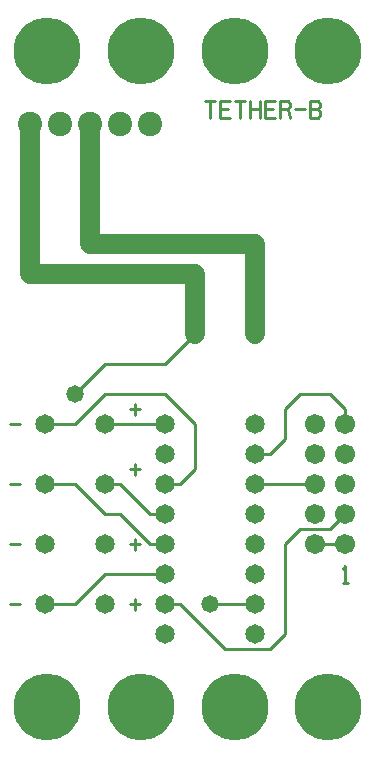
<source format=gtl>
%MOIN*%
%FSLAX25Y25*%
G04 D10 used for Character Trace; *
G04     Circle (OD=.01000) (No hole)*
G04 D11 used for Power Trace; *
G04     Circle (OD=.06700) (No hole)*
G04 D12 used for Signal Trace; *
G04     Circle (OD=.01100) (No hole)*
G04 D13 used for Via; *
G04     Circle (OD=.05800) (Round. Hole ID=.02800)*
G04 D14 used for Component hole; *
G04     Circle (OD=.06500) (Round. Hole ID=.03500)*
G04 D15 used for Component hole; *
G04     Circle (OD=.06700) (Round. Hole ID=.04300)*
G04 D16 used for Component hole; *
G04     Circle (OD=.08100) (Round. Hole ID=.05100)*
G04 D17 used for Component hole; *
G04     Circle (OD=.08900) (Round. Hole ID=.05900)*
G04 D18 used for Component hole; *
G04     Circle (OD=.11300) (Round. Hole ID=.08300)*
G04 D19 used for Component hole; *
G04     Circle (OD=.16000) (Round. Hole ID=.13000)*
G04 D20 used for Component hole; *
G04     Circle (OD=.18300) (Round. Hole ID=.15300)*
G04 D21 used for Component hole; *
G04     Circle (OD=.22291) (Round. Hole ID=.19291)*
%ADD10C,.01000*%
%ADD11C,.06700*%
%ADD12C,.01100*%
%ADD13C,.05800*%
%ADD14C,.06500*%
%ADD15C,.06700*%
%ADD16C,.08100*%
%ADD17C,.08900*%
%ADD18C,.11300*%
%ADD19C,.16000*%
%ADD20C,.18300*%
%ADD21C,.22291*%
%IPPOS*%
%LPD*%
G90*X0Y0D02*D21*X15625Y15625D03*X46875D03*D10*    
X43326Y50000D02*X46674D01*X45000Y51914D02*        
Y48086D01*D14*X35000Y50000D03*D12*X15000D02*      
X25000D01*D14*X15000D03*D12*X25000D02*            
X35000Y60000D01*X55000D01*D14*D03*D10*            
X43326Y70000D02*X46674D01*X45000Y71914D02*        
Y68086D01*D14*X55000Y70000D03*D12*X50000D01*      
X40000Y80000D01*X35000D01*X25000Y90000D01*        
X15000D01*D14*D03*D10*X3326D02*X6674D01*D14*      
X35000Y70000D03*Y110000D03*D12*X55000D01*D14*D03* 
D10*X43326Y115000D02*X46674D01*X45000Y116914D02*  
Y113086D01*D12*X65000Y95000D02*Y110000D01*        
X60000Y90000D02*X65000Y95000D01*X55000Y90000D02*  
X60000D01*D14*X55000D03*D10*X43326Y95000D02*      
X46674D01*X45000Y96914D02*Y93086D01*D12*          
X50000Y80000D02*X55000D01*D14*D03*D12*X50000D02*  
X40000Y90000D01*X35000D01*D14*D03*                
X15000Y110000D03*D12*X25000D01*X35000Y120000D01*  
X55000D01*X65000Y110000D01*D14*X55000Y100000D03*  
X85000Y90000D03*D12*X105000D01*D15*D03*           
X115000Y80000D03*D12*X110000Y75000D01*X100000D01* 
X95000Y70000D01*Y40000D01*X90000Y35000D01*        
X75000D01*X60000Y50000D01*X55000D01*D14*D03*      
Y40000D03*D13*X70000Y50000D03*D12*X85000D01*D14*  
D03*Y60000D03*Y40000D03*D15*X105000Y70000D03*D12* 
X115000D01*D15*D03*X105000Y80000D03*D10*          
X114163Y61914D02*X115000Y62871D01*Y57129D01*      
X114163D02*X115837D01*D15*X115000Y90000D03*D14*   
X85000Y100000D03*D12*X90000D01*X95000Y105000D01*  
Y115000D01*X100000Y120000D01*X110000D01*          
X115000Y115000D01*Y110000D01*D15*D03*             
X105000Y100000D03*Y110000D03*X115000Y100000D03*   
D14*X85000Y140000D03*D11*Y170000D01*X30000D01*D13*
D03*D11*Y210000D01*D16*D03*X40000D03*X20000D03*   
X50000D03*X10000D03*D11*Y160000D01*X65000D01*     
Y140000D01*D14*D03*D12*X55000Y130000D01*X35000D01*
X25000Y120000D01*D13*D03*D10*X3326Y110000D02*     
X6674D01*X3326Y70000D02*X6674D01*D14*X15000D03*   
X85000D03*Y80000D03*Y110000D03*D10*X3326Y50000D02*
X6674D01*X70000Y212129D02*Y217871D01*X68326D02*   
X71674D01*X76674Y212129D02*X73326D01*Y217871D01*  
X76674D01*X73326Y215000D02*X75837D01*             
X80000Y212129D02*Y217871D01*X78326D02*X81674D01*  
X83326Y212129D02*Y217871D01*X86674Y212129D02*     
Y217871D01*X83326Y215000D02*X86674D01*            
X91674Y212129D02*X88326D01*Y217871D01*X91674D01*  
X88326Y215000D02*X90837D01*X93326Y212129D02*      
Y217871D01*X95837D01*X96674Y216914D01*Y215957D01* 
X95837Y215000D01*X93326D01*X95837D02*             
X96674Y212129D01*X98326Y215000D02*X101674D01*     
X103326Y212129D02*Y217871D01*X105837D01*          
X106674Y216914D01*Y215957D01*X105837Y215000D01*   
X106674Y214043D01*Y213086D01*X105837Y212129D01*   
X103326D01*Y215000D02*X105837D01*D21*             
X78125Y15625D03*X109375D03*Y234375D03*X78125D03*  
X46875D03*X15625D03*M02*                          

</source>
